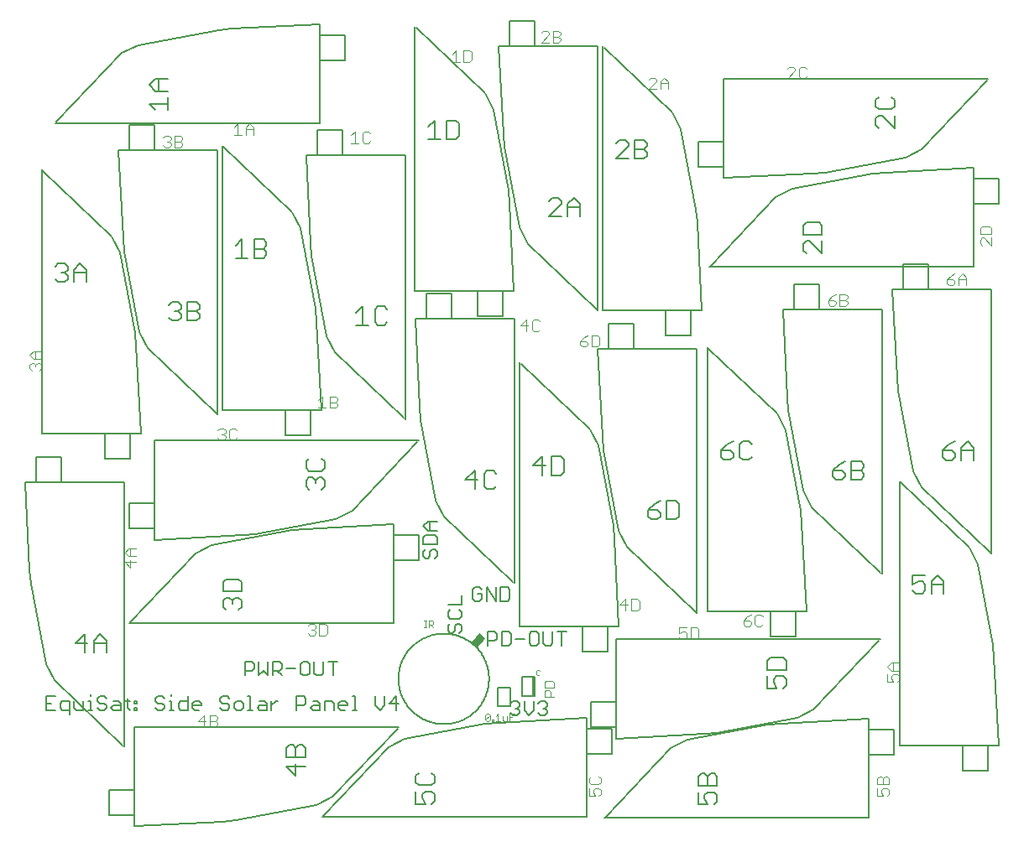
<source format=gto>
G75*
%MOIN*%
%OFA0B0*%
%FSLAX25Y25*%
%IPPOS*%
%LPD*%
%AMOC8*
5,1,8,0,0,1.08239X$1,22.5*
%
%ADD10C,0.00500*%
%ADD11C,0.00600*%
%ADD12C,0.00200*%
%ADD13C,0.00197*%
%ADD14C,0.00400*%
%ADD15C,0.00000*%
%ADD16C,0.00300*%
D10*
X0068887Y0049438D02*
X0068887Y0059438D01*
X0078887Y0059438D01*
X0078887Y0084438D01*
X0183887Y0084438D01*
X0183387Y0083938D02*
X0157487Y0056638D01*
X0150987Y0053338D01*
X0118987Y0047338D01*
X0113887Y0046938D01*
X0078887Y0045068D01*
X0078887Y0049438D01*
X0068887Y0049438D01*
X0078887Y0049438D02*
X0078887Y0059438D01*
X0074713Y0076721D02*
X0074713Y0181721D01*
X0049713Y0181721D01*
X0049713Y0191721D01*
X0039713Y0191721D01*
X0039713Y0181721D01*
X0049713Y0181721D01*
X0039713Y0181721D02*
X0035343Y0181721D01*
X0037213Y0146721D01*
X0037613Y0141621D01*
X0043613Y0109621D01*
X0046913Y0103121D01*
X0074213Y0077221D01*
X0073244Y0091168D02*
X0070492Y0091168D01*
X0069574Y0092086D01*
X0070492Y0093003D01*
X0073244Y0093003D01*
X0073244Y0093920D02*
X0073244Y0091168D01*
X0073244Y0093920D02*
X0072326Y0094838D01*
X0070492Y0094838D01*
X0067719Y0095755D02*
X0066802Y0096673D01*
X0064967Y0096673D01*
X0064049Y0095755D01*
X0064049Y0094838D01*
X0064967Y0093920D01*
X0066802Y0093920D01*
X0067719Y0093003D01*
X0067719Y0092086D01*
X0066802Y0091168D01*
X0064967Y0091168D01*
X0064049Y0092086D01*
X0062201Y0091168D02*
X0060366Y0091168D01*
X0061284Y0091168D02*
X0061284Y0094838D01*
X0060366Y0094838D01*
X0058511Y0094838D02*
X0058511Y0091168D01*
X0055759Y0091168D01*
X0054842Y0092086D01*
X0054842Y0094838D01*
X0052987Y0094838D02*
X0050234Y0094838D01*
X0049317Y0093920D01*
X0049317Y0092086D01*
X0050234Y0091168D01*
X0052987Y0091168D01*
X0052987Y0089333D02*
X0052987Y0094838D01*
X0047462Y0096673D02*
X0043792Y0096673D01*
X0043792Y0091168D01*
X0047462Y0091168D01*
X0045627Y0093920D02*
X0043792Y0093920D01*
X0061284Y0096673D02*
X0061284Y0097590D01*
X0075099Y0094838D02*
X0076934Y0094838D01*
X0076016Y0095755D02*
X0076016Y0092086D01*
X0076934Y0091168D01*
X0078782Y0091168D02*
X0078782Y0092086D01*
X0079699Y0092086D01*
X0079699Y0091168D01*
X0078782Y0091168D01*
X0078782Y0093920D02*
X0078782Y0094838D01*
X0079699Y0094838D01*
X0079699Y0093920D01*
X0078782Y0093920D01*
X0087069Y0094838D02*
X0087987Y0093920D01*
X0089821Y0093920D01*
X0090739Y0093003D01*
X0090739Y0092086D01*
X0089821Y0091168D01*
X0087987Y0091168D01*
X0087069Y0092086D01*
X0087069Y0094838D02*
X0087069Y0095755D01*
X0087987Y0096673D01*
X0089821Y0096673D01*
X0090739Y0095755D01*
X0092594Y0094838D02*
X0093511Y0094838D01*
X0093511Y0091168D01*
X0092594Y0091168D02*
X0094429Y0091168D01*
X0096277Y0092086D02*
X0096277Y0093920D01*
X0097194Y0094838D01*
X0099947Y0094838D01*
X0099947Y0096673D02*
X0099947Y0091168D01*
X0097194Y0091168D01*
X0096277Y0092086D01*
X0093511Y0096673D02*
X0093511Y0097590D01*
X0101802Y0093920D02*
X0101802Y0092086D01*
X0102719Y0091168D01*
X0104554Y0091168D01*
X0105471Y0093003D02*
X0101802Y0093003D01*
X0101802Y0093920D02*
X0102719Y0094838D01*
X0104554Y0094838D01*
X0105471Y0093920D01*
X0105471Y0093003D01*
X0112851Y0092086D02*
X0113769Y0091168D01*
X0115603Y0091168D01*
X0116521Y0092086D01*
X0116521Y0093003D01*
X0115603Y0093920D01*
X0113769Y0093920D01*
X0112851Y0094838D01*
X0112851Y0095755D01*
X0113769Y0096673D01*
X0115603Y0096673D01*
X0116521Y0095755D01*
X0118376Y0093920D02*
X0118376Y0092086D01*
X0119293Y0091168D01*
X0121128Y0091168D01*
X0122046Y0092086D01*
X0122046Y0093920D01*
X0121128Y0094838D01*
X0119293Y0094838D01*
X0118376Y0093920D01*
X0123901Y0091168D02*
X0125735Y0091168D01*
X0124818Y0091168D02*
X0124818Y0096673D01*
X0123901Y0096673D01*
X0128501Y0094838D02*
X0130336Y0094838D01*
X0131253Y0093920D01*
X0131253Y0091168D01*
X0128501Y0091168D01*
X0127584Y0092086D01*
X0128501Y0093003D01*
X0131253Y0093003D01*
X0133108Y0093003D02*
X0134943Y0094838D01*
X0135861Y0094838D01*
X0133108Y0094838D02*
X0133108Y0091168D01*
X0143237Y0091168D02*
X0143237Y0096673D01*
X0145989Y0096673D01*
X0146907Y0095755D01*
X0146907Y0093920D01*
X0145989Y0093003D01*
X0143237Y0093003D01*
X0148762Y0092086D02*
X0149679Y0093003D01*
X0152432Y0093003D01*
X0152432Y0093920D02*
X0152432Y0091168D01*
X0149679Y0091168D01*
X0148762Y0092086D01*
X0149679Y0094838D02*
X0151514Y0094838D01*
X0152432Y0093920D01*
X0154286Y0094838D02*
X0157039Y0094838D01*
X0157956Y0093920D01*
X0157956Y0091168D01*
X0159811Y0092086D02*
X0159811Y0093920D01*
X0160729Y0094838D01*
X0162564Y0094838D01*
X0163481Y0093920D01*
X0163481Y0093003D01*
X0159811Y0093003D01*
X0159811Y0092086D02*
X0160729Y0091168D01*
X0162564Y0091168D01*
X0165336Y0091168D02*
X0167171Y0091168D01*
X0166253Y0091168D02*
X0166253Y0096673D01*
X0165336Y0096673D01*
X0174544Y0096673D02*
X0174544Y0093003D01*
X0176379Y0091168D01*
X0178214Y0093003D01*
X0178214Y0096673D01*
X0180068Y0093920D02*
X0183738Y0093920D01*
X0182821Y0091168D02*
X0182821Y0096673D01*
X0180068Y0093920D01*
X0186157Y0079750D02*
X0179657Y0076450D01*
X0153757Y0049150D01*
X0153257Y0048650D02*
X0258257Y0048650D01*
X0258257Y0073650D01*
X0268257Y0073650D01*
X0268257Y0083650D01*
X0258257Y0083650D01*
X0258257Y0073650D01*
X0258257Y0083650D02*
X0258257Y0088020D01*
X0223257Y0086150D01*
X0218157Y0085750D01*
X0186157Y0079750D01*
X0183667Y0103650D02*
X0183672Y0104091D01*
X0183689Y0104532D01*
X0183716Y0104972D01*
X0183754Y0105412D01*
X0183802Y0105850D01*
X0183862Y0106288D01*
X0183932Y0106723D01*
X0184012Y0107157D01*
X0184104Y0107589D01*
X0184206Y0108018D01*
X0184318Y0108444D01*
X0184441Y0108868D01*
X0184574Y0109289D01*
X0184718Y0109706D01*
X0184872Y0110119D01*
X0185035Y0110529D01*
X0185209Y0110935D01*
X0185393Y0111336D01*
X0185586Y0111732D01*
X0185790Y0112124D01*
X0186002Y0112510D01*
X0186224Y0112892D01*
X0186456Y0113267D01*
X0186697Y0113637D01*
X0186946Y0114001D01*
X0187205Y0114358D01*
X0187472Y0114709D01*
X0187747Y0115054D01*
X0188031Y0115391D01*
X0188324Y0115722D01*
X0188624Y0116045D01*
X0188932Y0116361D01*
X0189248Y0116669D01*
X0189571Y0116969D01*
X0189902Y0117262D01*
X0190239Y0117546D01*
X0190584Y0117821D01*
X0190935Y0118088D01*
X0191292Y0118347D01*
X0191656Y0118596D01*
X0192026Y0118837D01*
X0192401Y0119069D01*
X0192783Y0119291D01*
X0193169Y0119503D01*
X0193561Y0119707D01*
X0193957Y0119900D01*
X0194358Y0120084D01*
X0194764Y0120258D01*
X0195174Y0120421D01*
X0195587Y0120575D01*
X0196004Y0120719D01*
X0196425Y0120852D01*
X0196849Y0120975D01*
X0197275Y0121087D01*
X0197704Y0121189D01*
X0198136Y0121281D01*
X0198570Y0121361D01*
X0199005Y0121431D01*
X0199443Y0121491D01*
X0199881Y0121539D01*
X0200321Y0121577D01*
X0200761Y0121604D01*
X0201202Y0121621D01*
X0201643Y0121626D01*
X0202084Y0121621D01*
X0202525Y0121604D01*
X0202965Y0121577D01*
X0203405Y0121539D01*
X0203843Y0121491D01*
X0204281Y0121431D01*
X0204716Y0121361D01*
X0205150Y0121281D01*
X0205582Y0121189D01*
X0206011Y0121087D01*
X0206437Y0120975D01*
X0206861Y0120852D01*
X0207282Y0120719D01*
X0207699Y0120575D01*
X0208112Y0120421D01*
X0208522Y0120258D01*
X0208928Y0120084D01*
X0209329Y0119900D01*
X0209725Y0119707D01*
X0210117Y0119503D01*
X0210503Y0119291D01*
X0210885Y0119069D01*
X0211260Y0118837D01*
X0211630Y0118596D01*
X0211994Y0118347D01*
X0212351Y0118088D01*
X0212702Y0117821D01*
X0213047Y0117546D01*
X0213384Y0117262D01*
X0213715Y0116969D01*
X0214038Y0116669D01*
X0214354Y0116361D01*
X0214662Y0116045D01*
X0214962Y0115722D01*
X0215255Y0115391D01*
X0215539Y0115054D01*
X0215814Y0114709D01*
X0216081Y0114358D01*
X0216340Y0114001D01*
X0216589Y0113637D01*
X0216830Y0113267D01*
X0217062Y0112892D01*
X0217284Y0112510D01*
X0217496Y0112124D01*
X0217700Y0111732D01*
X0217893Y0111336D01*
X0218077Y0110935D01*
X0218251Y0110529D01*
X0218414Y0110119D01*
X0218568Y0109706D01*
X0218712Y0109289D01*
X0218845Y0108868D01*
X0218968Y0108444D01*
X0219080Y0108018D01*
X0219182Y0107589D01*
X0219274Y0107157D01*
X0219354Y0106723D01*
X0219424Y0106288D01*
X0219484Y0105850D01*
X0219532Y0105412D01*
X0219570Y0104972D01*
X0219597Y0104532D01*
X0219614Y0104091D01*
X0219619Y0103650D01*
X0219614Y0103209D01*
X0219597Y0102768D01*
X0219570Y0102328D01*
X0219532Y0101888D01*
X0219484Y0101450D01*
X0219424Y0101012D01*
X0219354Y0100577D01*
X0219274Y0100143D01*
X0219182Y0099711D01*
X0219080Y0099282D01*
X0218968Y0098856D01*
X0218845Y0098432D01*
X0218712Y0098011D01*
X0218568Y0097594D01*
X0218414Y0097181D01*
X0218251Y0096771D01*
X0218077Y0096365D01*
X0217893Y0095964D01*
X0217700Y0095568D01*
X0217496Y0095176D01*
X0217284Y0094790D01*
X0217062Y0094408D01*
X0216830Y0094033D01*
X0216589Y0093663D01*
X0216340Y0093299D01*
X0216081Y0092942D01*
X0215814Y0092591D01*
X0215539Y0092246D01*
X0215255Y0091909D01*
X0214962Y0091578D01*
X0214662Y0091255D01*
X0214354Y0090939D01*
X0214038Y0090631D01*
X0213715Y0090331D01*
X0213384Y0090038D01*
X0213047Y0089754D01*
X0212702Y0089479D01*
X0212351Y0089212D01*
X0211994Y0088953D01*
X0211630Y0088704D01*
X0211260Y0088463D01*
X0210885Y0088231D01*
X0210503Y0088009D01*
X0210117Y0087797D01*
X0209725Y0087593D01*
X0209329Y0087400D01*
X0208928Y0087216D01*
X0208522Y0087042D01*
X0208112Y0086879D01*
X0207699Y0086725D01*
X0207282Y0086581D01*
X0206861Y0086448D01*
X0206437Y0086325D01*
X0206011Y0086213D01*
X0205582Y0086111D01*
X0205150Y0086019D01*
X0204716Y0085939D01*
X0204281Y0085869D01*
X0203843Y0085809D01*
X0203405Y0085761D01*
X0202965Y0085723D01*
X0202525Y0085696D01*
X0202084Y0085679D01*
X0201643Y0085674D01*
X0201202Y0085679D01*
X0200761Y0085696D01*
X0200321Y0085723D01*
X0199881Y0085761D01*
X0199443Y0085809D01*
X0199005Y0085869D01*
X0198570Y0085939D01*
X0198136Y0086019D01*
X0197704Y0086111D01*
X0197275Y0086213D01*
X0196849Y0086325D01*
X0196425Y0086448D01*
X0196004Y0086581D01*
X0195587Y0086725D01*
X0195174Y0086879D01*
X0194764Y0087042D01*
X0194358Y0087216D01*
X0193957Y0087400D01*
X0193561Y0087593D01*
X0193169Y0087797D01*
X0192783Y0088009D01*
X0192401Y0088231D01*
X0192026Y0088463D01*
X0191656Y0088704D01*
X0191292Y0088953D01*
X0190935Y0089212D01*
X0190584Y0089479D01*
X0190239Y0089754D01*
X0189902Y0090038D01*
X0189571Y0090331D01*
X0189248Y0090631D01*
X0188932Y0090939D01*
X0188624Y0091255D01*
X0188324Y0091578D01*
X0188031Y0091909D01*
X0187747Y0092246D01*
X0187472Y0092591D01*
X0187205Y0092942D01*
X0186946Y0093299D01*
X0186697Y0093663D01*
X0186456Y0094033D01*
X0186224Y0094408D01*
X0186002Y0094790D01*
X0185790Y0095176D01*
X0185586Y0095568D01*
X0185393Y0095964D01*
X0185209Y0096365D01*
X0185035Y0096771D01*
X0184872Y0097181D01*
X0184718Y0097594D01*
X0184574Y0098011D01*
X0184441Y0098432D01*
X0184318Y0098856D01*
X0184206Y0099282D01*
X0184104Y0099711D01*
X0184012Y0100143D01*
X0183932Y0100577D01*
X0183862Y0101012D01*
X0183802Y0101450D01*
X0183754Y0101888D01*
X0183716Y0102328D01*
X0183689Y0102768D01*
X0183672Y0103209D01*
X0183667Y0103650D01*
X0181643Y0125698D02*
X0076643Y0125698D01*
X0077143Y0126198D02*
X0103043Y0153498D01*
X0109543Y0156798D01*
X0141543Y0162798D01*
X0146643Y0163198D01*
X0181643Y0165068D01*
X0181643Y0160698D01*
X0191643Y0160698D01*
X0191643Y0150698D01*
X0181643Y0150698D01*
X0181643Y0125698D01*
X0203305Y0124685D02*
X0203305Y0122850D01*
X0204223Y0121933D01*
X0205140Y0121933D01*
X0206057Y0122850D01*
X0206057Y0124685D01*
X0206975Y0125602D01*
X0207892Y0125602D01*
X0208810Y0124685D01*
X0208810Y0122850D01*
X0207892Y0121933D01*
X0204223Y0125602D02*
X0203305Y0124685D01*
X0204223Y0127457D02*
X0207892Y0127457D01*
X0208810Y0128375D01*
X0208810Y0130210D01*
X0207892Y0131127D01*
X0208810Y0132982D02*
X0203305Y0132982D01*
X0204223Y0131127D02*
X0203305Y0130210D01*
X0203305Y0128375D01*
X0204223Y0127457D01*
X0208810Y0132982D02*
X0208810Y0136652D01*
X0213152Y0135487D02*
X0214070Y0134570D01*
X0215905Y0134570D01*
X0216822Y0135487D01*
X0216822Y0137322D01*
X0214987Y0137322D01*
X0213152Y0139157D02*
X0213152Y0135487D01*
X0213152Y0139157D02*
X0214070Y0140074D01*
X0215905Y0140074D01*
X0216822Y0139157D01*
X0218677Y0140074D02*
X0222347Y0134570D01*
X0222347Y0140074D01*
X0224202Y0140074D02*
X0226954Y0140074D01*
X0227872Y0139157D01*
X0227872Y0135487D01*
X0226954Y0134570D01*
X0224202Y0134570D01*
X0224202Y0140074D01*
X0229174Y0142182D02*
X0201874Y0168082D01*
X0198574Y0174582D01*
X0192574Y0206582D01*
X0192174Y0211682D01*
X0190304Y0246682D01*
X0194674Y0246682D01*
X0194674Y0256682D01*
X0204674Y0256682D01*
X0204674Y0246682D01*
X0229674Y0246682D01*
X0229674Y0141682D01*
X0218677Y0140074D02*
X0218677Y0134570D01*
X0219058Y0122358D02*
X0221810Y0122358D01*
X0222728Y0121440D01*
X0222728Y0119605D01*
X0221810Y0118688D01*
X0219058Y0118688D01*
X0219058Y0116853D02*
X0219058Y0122358D01*
X0224583Y0122358D02*
X0227335Y0122358D01*
X0228252Y0121440D01*
X0228252Y0117771D01*
X0227335Y0116853D01*
X0224583Y0116853D01*
X0224583Y0122358D01*
X0230107Y0119605D02*
X0233777Y0119605D01*
X0235632Y0117771D02*
X0236549Y0116853D01*
X0238384Y0116853D01*
X0239302Y0117771D01*
X0239302Y0121440D01*
X0238384Y0122358D01*
X0236549Y0122358D01*
X0235632Y0121440D01*
X0235632Y0117771D01*
X0241157Y0117771D02*
X0242074Y0116853D01*
X0243909Y0116853D01*
X0244827Y0117771D01*
X0244827Y0122358D01*
X0246681Y0122358D02*
X0250351Y0122358D01*
X0248516Y0122358D02*
X0248516Y0116853D01*
X0241157Y0117771D02*
X0241157Y0122358D01*
X0231839Y0124320D02*
X0231839Y0229320D01*
X0232339Y0228820D02*
X0259639Y0202920D01*
X0262939Y0196420D01*
X0268939Y0164420D01*
X0269339Y0159320D01*
X0271209Y0124320D01*
X0266839Y0124320D01*
X0266839Y0114320D01*
X0256839Y0114320D01*
X0256839Y0124320D01*
X0231839Y0124320D01*
X0232784Y0104595D02*
X0237115Y0104595D01*
X0237115Y0096721D01*
X0232784Y0096721D01*
X0232784Y0104595D01*
X0237115Y0104595D02*
X0237902Y0104595D01*
X0237902Y0096721D01*
X0237115Y0096721D01*
X0237269Y0094704D02*
X0237269Y0091034D01*
X0235434Y0089200D01*
X0233599Y0091034D01*
X0233599Y0094704D01*
X0231744Y0093787D02*
X0231744Y0092869D01*
X0230827Y0091952D01*
X0231744Y0091034D01*
X0231744Y0090117D01*
X0230827Y0089200D01*
X0228992Y0089200D01*
X0228074Y0090117D01*
X0229909Y0091952D02*
X0230827Y0091952D01*
X0231744Y0093787D02*
X0230827Y0094704D01*
X0228992Y0094704D01*
X0228074Y0093787D01*
X0228080Y0092824D02*
X0222980Y0092824D01*
X0222980Y0100024D01*
X0228080Y0100024D01*
X0228080Y0092824D01*
X0239124Y0093787D02*
X0240041Y0094704D01*
X0241876Y0094704D01*
X0242793Y0093787D01*
X0242793Y0092869D01*
X0241876Y0091952D01*
X0242793Y0091034D01*
X0242793Y0090117D01*
X0241876Y0089200D01*
X0240041Y0089200D01*
X0239124Y0090117D01*
X0240959Y0091952D02*
X0241876Y0091952D01*
X0259910Y0094320D02*
X0259910Y0084320D01*
X0269910Y0084320D01*
X0269910Y0094320D01*
X0259910Y0094320D01*
X0269910Y0094320D02*
X0269910Y0119320D01*
X0374910Y0119320D01*
X0374410Y0118820D02*
X0348510Y0091520D01*
X0342010Y0088220D01*
X0310010Y0082220D01*
X0304910Y0081820D01*
X0269910Y0079950D01*
X0269910Y0084320D01*
X0291861Y0076175D02*
X0265961Y0048875D01*
X0265461Y0048375D02*
X0370461Y0048375D01*
X0370461Y0073375D01*
X0380461Y0073375D01*
X0380461Y0083375D01*
X0370461Y0083375D01*
X0370461Y0073375D01*
X0370461Y0083375D02*
X0370461Y0087745D01*
X0335461Y0085875D01*
X0330361Y0085475D01*
X0298361Y0079475D01*
X0291861Y0076175D01*
X0331367Y0120383D02*
X0341367Y0120383D01*
X0341367Y0130383D01*
X0331367Y0130383D01*
X0331367Y0120383D01*
X0331367Y0130383D02*
X0306367Y0130383D01*
X0306367Y0235383D01*
X0306867Y0234883D02*
X0334167Y0208983D01*
X0337467Y0202483D01*
X0343467Y0170483D01*
X0343867Y0165383D01*
X0345737Y0130383D01*
X0341367Y0130383D01*
X0375119Y0145961D02*
X0347819Y0171861D01*
X0344519Y0178361D01*
X0338519Y0210361D01*
X0338119Y0215461D01*
X0336249Y0250461D01*
X0340619Y0250461D01*
X0340619Y0260461D01*
X0350619Y0260461D01*
X0350619Y0250461D01*
X0375619Y0250461D01*
X0375619Y0145461D01*
X0410387Y0155754D02*
X0383087Y0181654D01*
X0382587Y0182154D02*
X0382587Y0077154D01*
X0407587Y0077154D01*
X0407587Y0067154D01*
X0417587Y0067154D01*
X0417587Y0077154D01*
X0407587Y0077154D01*
X0417587Y0077154D02*
X0421957Y0077154D01*
X0420087Y0112154D01*
X0419687Y0117254D01*
X0413687Y0149254D01*
X0410387Y0155754D01*
X0418702Y0153835D02*
X0391402Y0179735D01*
X0388102Y0186235D01*
X0382102Y0218235D01*
X0381702Y0223335D01*
X0379831Y0258335D01*
X0384202Y0258335D01*
X0384202Y0268335D01*
X0394202Y0268335D01*
X0394202Y0258335D01*
X0419202Y0258335D01*
X0419202Y0153335D01*
X0350619Y0250461D02*
X0340619Y0250461D01*
X0307615Y0267930D02*
X0333515Y0295230D01*
X0340015Y0298530D01*
X0372015Y0304530D01*
X0377115Y0304930D01*
X0412115Y0306800D01*
X0412115Y0302430D01*
X0422115Y0302430D01*
X0422115Y0292430D01*
X0412115Y0292430D01*
X0412115Y0267430D01*
X0307115Y0267430D01*
X0304123Y0250068D02*
X0302253Y0285068D01*
X0301853Y0290168D01*
X0295853Y0322168D01*
X0292553Y0328668D01*
X0265253Y0354568D01*
X0264753Y0355068D02*
X0264753Y0250068D01*
X0289753Y0250068D01*
X0289753Y0240068D01*
X0299753Y0240068D01*
X0299753Y0250068D01*
X0289753Y0250068D01*
X0299753Y0250068D02*
X0304123Y0250068D01*
X0302233Y0234713D02*
X0302233Y0129713D01*
X0301733Y0130213D02*
X0274433Y0156113D01*
X0271133Y0162613D01*
X0265133Y0194613D01*
X0264733Y0199713D01*
X0262863Y0234713D01*
X0267233Y0234713D01*
X0267233Y0244713D01*
X0277233Y0244713D01*
X0277233Y0234713D01*
X0302233Y0234713D01*
X0277233Y0234713D02*
X0267233Y0234713D01*
X0262863Y0250107D02*
X0262863Y0355107D01*
X0237863Y0355107D01*
X0237863Y0365107D01*
X0227863Y0365107D01*
X0227863Y0355107D01*
X0237863Y0355107D01*
X0227863Y0355107D02*
X0223493Y0355107D01*
X0225363Y0320107D01*
X0225763Y0315007D01*
X0231763Y0283007D01*
X0235063Y0276507D01*
X0262363Y0250607D01*
X0229517Y0257863D02*
X0227646Y0292863D01*
X0227246Y0297963D01*
X0221246Y0329963D01*
X0217946Y0336463D01*
X0190646Y0362363D01*
X0190146Y0362863D02*
X0190146Y0257863D01*
X0215146Y0257863D01*
X0215146Y0247863D01*
X0225146Y0247863D01*
X0225146Y0257863D01*
X0215146Y0257863D01*
X0225146Y0257863D02*
X0229517Y0257863D01*
X0204674Y0246682D02*
X0194674Y0246682D01*
X0158528Y0233357D02*
X0185828Y0207457D01*
X0186328Y0206957D02*
X0186328Y0311957D01*
X0161328Y0311957D01*
X0161328Y0321957D01*
X0151328Y0321957D01*
X0151328Y0311957D01*
X0161328Y0311957D01*
X0151328Y0311957D02*
X0146957Y0311957D01*
X0148828Y0276957D01*
X0149228Y0271857D01*
X0155228Y0239857D01*
X0158528Y0233357D01*
X0151111Y0245619D02*
X0150711Y0250719D01*
X0144711Y0282719D01*
X0141411Y0289219D01*
X0114111Y0315119D01*
X0113611Y0315619D02*
X0113611Y0210619D01*
X0138611Y0210619D01*
X0138611Y0200619D01*
X0148611Y0200619D01*
X0148611Y0210619D01*
X0138611Y0210619D01*
X0148611Y0210619D02*
X0152981Y0210619D01*
X0151111Y0245619D01*
X0111839Y0208690D02*
X0111839Y0313690D01*
X0086839Y0313690D01*
X0086839Y0323690D01*
X0076839Y0323690D01*
X0076839Y0313690D01*
X0086839Y0313690D01*
X0076839Y0313690D02*
X0072469Y0313690D01*
X0074339Y0278690D01*
X0074739Y0273590D01*
X0080739Y0241590D01*
X0084039Y0235090D01*
X0111339Y0209190D01*
X0086682Y0198335D02*
X0191682Y0198335D01*
X0191182Y0197835D02*
X0165282Y0170535D01*
X0158782Y0167235D01*
X0126782Y0161235D01*
X0121682Y0160835D01*
X0086682Y0158965D01*
X0086682Y0163335D01*
X0076682Y0163335D01*
X0076682Y0173335D01*
X0086682Y0173335D01*
X0086682Y0198335D01*
X0081406Y0201013D02*
X0079536Y0236013D01*
X0079136Y0241113D01*
X0073136Y0273113D01*
X0069836Y0279613D01*
X0042536Y0305513D01*
X0042036Y0306013D02*
X0042036Y0201013D01*
X0067036Y0201013D01*
X0067036Y0191013D01*
X0077036Y0191013D01*
X0077036Y0201013D01*
X0067036Y0201013D01*
X0077036Y0201013D02*
X0081406Y0201013D01*
X0086682Y0173335D02*
X0086682Y0163335D01*
X0122601Y0110547D02*
X0125354Y0110547D01*
X0126271Y0109629D01*
X0126271Y0107794D01*
X0125354Y0106877D01*
X0122601Y0106877D01*
X0122601Y0105042D02*
X0122601Y0110547D01*
X0128126Y0110547D02*
X0128126Y0105042D01*
X0129961Y0106877D01*
X0131796Y0105042D01*
X0131796Y0110547D01*
X0133651Y0110547D02*
X0133651Y0105042D01*
X0133651Y0106877D02*
X0136403Y0106877D01*
X0137320Y0107794D01*
X0137320Y0109629D01*
X0136403Y0110547D01*
X0133651Y0110547D01*
X0135486Y0106877D02*
X0137320Y0105042D01*
X0139175Y0107794D02*
X0142845Y0107794D01*
X0144700Y0105960D02*
X0145617Y0105042D01*
X0147452Y0105042D01*
X0148370Y0105960D01*
X0148370Y0109629D01*
X0147452Y0110547D01*
X0145617Y0110547D01*
X0144700Y0109629D01*
X0144700Y0105960D01*
X0150225Y0105960D02*
X0150225Y0110547D01*
X0153895Y0110547D02*
X0153895Y0105960D01*
X0152977Y0105042D01*
X0151142Y0105042D01*
X0150225Y0105960D01*
X0155749Y0110547D02*
X0159419Y0110547D01*
X0157584Y0110547D02*
X0157584Y0105042D01*
X0154286Y0094838D02*
X0154286Y0091168D01*
X0181643Y0150698D02*
X0181643Y0160698D01*
X0193463Y0159737D02*
X0193463Y0156985D01*
X0198967Y0156985D01*
X0198967Y0159737D01*
X0198050Y0160655D01*
X0194380Y0160655D01*
X0193463Y0159737D01*
X0195298Y0162510D02*
X0193463Y0164344D01*
X0195298Y0166179D01*
X0198967Y0166179D01*
X0196215Y0166179D02*
X0196215Y0162510D01*
X0195298Y0162510D02*
X0198967Y0162510D01*
X0198050Y0155130D02*
X0198967Y0154212D01*
X0198967Y0152378D01*
X0198050Y0151460D01*
X0196215Y0152378D02*
X0196215Y0154212D01*
X0197132Y0155130D01*
X0198050Y0155130D01*
X0196215Y0152378D02*
X0195298Y0151460D01*
X0194380Y0151460D01*
X0193463Y0152378D01*
X0193463Y0154212D01*
X0194380Y0155130D01*
X0256839Y0124320D02*
X0266839Y0124320D01*
X0384202Y0258335D02*
X0394202Y0258335D01*
X0412115Y0292430D02*
X0412115Y0302430D01*
X0391502Y0314236D02*
X0417402Y0341536D01*
X0417902Y0342036D02*
X0312902Y0342036D01*
X0312902Y0317036D01*
X0302902Y0317036D01*
X0302902Y0307036D01*
X0312902Y0307036D01*
X0312902Y0317036D01*
X0312902Y0307036D02*
X0312902Y0302666D01*
X0347902Y0304536D01*
X0353002Y0304936D01*
X0385002Y0310936D01*
X0391502Y0314236D01*
X0162351Y0349517D02*
X0162351Y0359517D01*
X0152351Y0359517D01*
X0152351Y0349517D01*
X0162351Y0349517D01*
X0152351Y0349517D02*
X0152351Y0324517D01*
X0047351Y0324517D01*
X0047851Y0325017D02*
X0073751Y0352317D01*
X0080251Y0355617D01*
X0112251Y0361617D01*
X0117351Y0362017D01*
X0152351Y0363887D01*
X0152351Y0359517D01*
D11*
X0195446Y0323101D02*
X0197915Y0325569D01*
X0197915Y0318163D01*
X0195446Y0318163D02*
X0200384Y0318163D01*
X0202813Y0318163D02*
X0206516Y0318163D01*
X0207750Y0319397D01*
X0207750Y0324335D01*
X0206516Y0325569D01*
X0202813Y0325569D01*
X0202813Y0318163D01*
X0243430Y0293579D02*
X0244665Y0294813D01*
X0247134Y0294813D01*
X0248368Y0293579D01*
X0248368Y0292345D01*
X0243430Y0287407D01*
X0248368Y0287407D01*
X0250797Y0287407D02*
X0250797Y0292345D01*
X0253265Y0294813D01*
X0255734Y0292345D01*
X0255734Y0287407D01*
X0255734Y0291110D02*
X0250797Y0291110D01*
X0270053Y0310368D02*
X0274990Y0315305D01*
X0274990Y0316540D01*
X0273756Y0317774D01*
X0271287Y0317774D01*
X0270053Y0316540D01*
X0270053Y0310368D02*
X0274990Y0310368D01*
X0277419Y0310368D02*
X0277419Y0317774D01*
X0281122Y0317774D01*
X0282357Y0316540D01*
X0282357Y0315305D01*
X0281122Y0314071D01*
X0277419Y0314071D01*
X0281122Y0314071D02*
X0282357Y0312836D01*
X0282357Y0311602D01*
X0281122Y0310368D01*
X0277419Y0310368D01*
X0344409Y0283799D02*
X0344409Y0280096D01*
X0351815Y0280096D01*
X0351815Y0283799D01*
X0350581Y0285034D01*
X0345643Y0285034D01*
X0344409Y0283799D01*
X0345643Y0277667D02*
X0344409Y0276433D01*
X0344409Y0273964D01*
X0345643Y0272730D01*
X0345643Y0277667D02*
X0346877Y0277667D01*
X0351815Y0272730D01*
X0351815Y0277667D01*
X0374430Y0322604D02*
X0373196Y0323838D01*
X0373196Y0326307D01*
X0374430Y0327541D01*
X0375665Y0327541D01*
X0380602Y0322604D01*
X0380602Y0327541D01*
X0379368Y0329970D02*
X0374430Y0329970D01*
X0373196Y0331204D01*
X0373196Y0333673D01*
X0374430Y0334907D01*
X0379368Y0334907D02*
X0380602Y0333673D01*
X0380602Y0331204D01*
X0379368Y0329970D01*
X0404707Y0198042D02*
X0402238Y0196807D01*
X0399769Y0194339D01*
X0403472Y0194339D01*
X0404707Y0193104D01*
X0404707Y0191870D01*
X0403472Y0190635D01*
X0401003Y0190635D01*
X0399769Y0191870D01*
X0399769Y0194339D01*
X0407135Y0194339D02*
X0412073Y0194339D01*
X0412073Y0195573D02*
X0412073Y0190635D01*
X0407135Y0190635D02*
X0407135Y0195573D01*
X0409604Y0198042D01*
X0412073Y0195573D01*
X0368490Y0188933D02*
X0368490Y0187699D01*
X0367256Y0186465D01*
X0363553Y0186465D01*
X0361124Y0185230D02*
X0359889Y0186465D01*
X0356186Y0186465D01*
X0356186Y0183996D01*
X0357421Y0182761D01*
X0359889Y0182761D01*
X0361124Y0183996D01*
X0361124Y0185230D01*
X0363553Y0182761D02*
X0367256Y0182761D01*
X0368490Y0183996D01*
X0368490Y0185230D01*
X0367256Y0186465D01*
X0368490Y0188933D02*
X0367256Y0190168D01*
X0363553Y0190168D01*
X0363553Y0182761D01*
X0361124Y0190168D02*
X0358655Y0188933D01*
X0356186Y0186465D01*
X0323971Y0191917D02*
X0322736Y0190683D01*
X0320268Y0190683D01*
X0319033Y0191917D01*
X0319033Y0196855D01*
X0320268Y0198089D01*
X0322736Y0198089D01*
X0323971Y0196855D01*
X0316604Y0198089D02*
X0314136Y0196855D01*
X0311667Y0194386D01*
X0315370Y0194386D01*
X0316604Y0193151D01*
X0316604Y0191917D01*
X0315370Y0190683D01*
X0312901Y0190683D01*
X0311667Y0191917D01*
X0311667Y0194386D01*
X0293870Y0174420D02*
X0290167Y0174420D01*
X0290167Y0167013D01*
X0293870Y0167013D01*
X0295104Y0168248D01*
X0295104Y0173185D01*
X0293870Y0174420D01*
X0287738Y0174420D02*
X0285269Y0173185D01*
X0282800Y0170717D01*
X0286504Y0170717D01*
X0287738Y0169482D01*
X0287738Y0168248D01*
X0286504Y0167013D01*
X0284035Y0167013D01*
X0282800Y0168248D01*
X0282800Y0170717D01*
X0249443Y0185854D02*
X0249443Y0190792D01*
X0248209Y0192026D01*
X0244506Y0192026D01*
X0244506Y0184620D01*
X0248209Y0184620D01*
X0249443Y0185854D01*
X0242077Y0188323D02*
X0237139Y0188323D01*
X0240843Y0192026D01*
X0240843Y0184620D01*
X0222545Y0185154D02*
X0221311Y0186388D01*
X0218842Y0186388D01*
X0217608Y0185154D01*
X0217608Y0180216D01*
X0218842Y0178982D01*
X0221311Y0178982D01*
X0222545Y0180216D01*
X0215179Y0182685D02*
X0210241Y0182685D01*
X0213945Y0186388D01*
X0213945Y0178982D01*
X0154382Y0180137D02*
X0153148Y0178903D01*
X0154382Y0180137D02*
X0154382Y0182606D01*
X0153148Y0183840D01*
X0151913Y0183840D01*
X0150679Y0182606D01*
X0150679Y0181372D01*
X0150679Y0182606D02*
X0149444Y0183840D01*
X0148210Y0183840D01*
X0146976Y0182606D01*
X0146976Y0180137D01*
X0148210Y0178903D01*
X0148210Y0186269D02*
X0153148Y0186269D01*
X0154382Y0187504D01*
X0154382Y0189972D01*
X0153148Y0191207D01*
X0148210Y0191207D02*
X0146976Y0189972D01*
X0146976Y0187504D01*
X0148210Y0186269D01*
X0120108Y0143301D02*
X0115171Y0143301D01*
X0113936Y0142067D01*
X0113936Y0138364D01*
X0121343Y0138364D01*
X0121343Y0142067D01*
X0120108Y0143301D01*
X0120108Y0135935D02*
X0121343Y0134701D01*
X0121343Y0132232D01*
X0120108Y0130998D01*
X0117639Y0133466D02*
X0117639Y0134701D01*
X0118874Y0135935D01*
X0120108Y0135935D01*
X0117639Y0134701D02*
X0116405Y0135935D01*
X0115171Y0135935D01*
X0113936Y0134701D01*
X0113936Y0132232D01*
X0115171Y0130998D01*
X0067585Y0118959D02*
X0067585Y0114021D01*
X0067585Y0117724D02*
X0062647Y0117724D01*
X0062647Y0118959D02*
X0065116Y0121428D01*
X0067585Y0118959D01*
X0062647Y0118959D02*
X0062647Y0114021D01*
X0058984Y0114021D02*
X0058984Y0121428D01*
X0055281Y0117724D01*
X0060218Y0117724D01*
X0139180Y0076075D02*
X0139180Y0072371D01*
X0146587Y0072371D01*
X0146587Y0076075D01*
X0145352Y0077309D01*
X0144118Y0077309D01*
X0142883Y0076075D01*
X0142883Y0072371D01*
X0142883Y0069943D02*
X0142883Y0065005D01*
X0139180Y0068708D01*
X0146587Y0068708D01*
X0142883Y0076075D02*
X0141649Y0077309D01*
X0140415Y0077309D01*
X0139180Y0076075D01*
X0190550Y0065020D02*
X0190550Y0062551D01*
X0191785Y0061317D01*
X0196722Y0061317D01*
X0197957Y0062551D01*
X0197957Y0065020D01*
X0196722Y0066254D01*
X0191785Y0066254D02*
X0190550Y0065020D01*
X0190550Y0058888D02*
X0190550Y0053950D01*
X0194254Y0053950D01*
X0193019Y0056419D01*
X0193019Y0057654D01*
X0194254Y0058888D01*
X0196722Y0058888D01*
X0197957Y0057654D01*
X0197957Y0055185D01*
X0196722Y0053950D01*
X0223217Y0095343D02*
X0223217Y0097706D01*
X0227942Y0097706D02*
X0227942Y0095343D01*
X0302755Y0064744D02*
X0303989Y0065979D01*
X0305224Y0065979D01*
X0306458Y0064744D01*
X0306458Y0061041D01*
X0306458Y0058612D02*
X0308927Y0058612D01*
X0310161Y0057378D01*
X0310161Y0054909D01*
X0308927Y0053675D01*
X0306458Y0053675D02*
X0305224Y0056144D01*
X0305224Y0057378D01*
X0306458Y0058612D01*
X0302755Y0058612D02*
X0302755Y0053675D01*
X0306458Y0053675D01*
X0302755Y0061041D02*
X0302755Y0064744D01*
X0302755Y0061041D02*
X0310161Y0061041D01*
X0310161Y0064744D01*
X0308927Y0065979D01*
X0307693Y0065979D01*
X0306458Y0064744D01*
X0330204Y0099887D02*
X0333907Y0099887D01*
X0332673Y0102356D01*
X0332673Y0103590D01*
X0333907Y0104825D01*
X0336376Y0104825D01*
X0337610Y0103590D01*
X0337610Y0101121D01*
X0336376Y0099887D01*
X0330204Y0099887D02*
X0330204Y0104825D01*
X0330204Y0107253D02*
X0330204Y0110957D01*
X0331438Y0112191D01*
X0336376Y0112191D01*
X0337610Y0110957D01*
X0337610Y0107253D01*
X0330204Y0107253D01*
X0387887Y0138689D02*
X0389122Y0137454D01*
X0391591Y0137454D01*
X0392825Y0138689D01*
X0392825Y0141157D01*
X0391591Y0142392D01*
X0390356Y0142392D01*
X0387887Y0141157D01*
X0387887Y0144861D01*
X0392825Y0144861D01*
X0395254Y0142392D02*
X0395254Y0137454D01*
X0395254Y0141157D02*
X0400191Y0141157D01*
X0400191Y0142392D02*
X0400191Y0137454D01*
X0400191Y0142392D02*
X0397722Y0144861D01*
X0395254Y0142392D01*
X0179199Y0245492D02*
X0177964Y0244257D01*
X0175496Y0244257D01*
X0174261Y0245492D01*
X0174261Y0250429D01*
X0175496Y0251664D01*
X0177964Y0251664D01*
X0179199Y0250429D01*
X0171833Y0244257D02*
X0166895Y0244257D01*
X0169364Y0244257D02*
X0169364Y0251664D01*
X0166895Y0249195D01*
X0131215Y0272153D02*
X0129980Y0270919D01*
X0126277Y0270919D01*
X0126277Y0278325D01*
X0129980Y0278325D01*
X0131215Y0277091D01*
X0131215Y0275856D01*
X0129980Y0274622D01*
X0126277Y0274622D01*
X0129980Y0274622D02*
X0131215Y0273388D01*
X0131215Y0272153D01*
X0123849Y0270919D02*
X0118911Y0270919D01*
X0121380Y0270919D02*
X0121380Y0278325D01*
X0118911Y0275856D01*
X0103476Y0253396D02*
X0104711Y0252162D01*
X0104711Y0250927D01*
X0103476Y0249693D01*
X0099773Y0249693D01*
X0097344Y0250927D02*
X0096110Y0249693D01*
X0097344Y0248459D01*
X0097344Y0247224D01*
X0096110Y0245990D01*
X0093641Y0245990D01*
X0092407Y0247224D01*
X0094876Y0249693D02*
X0096110Y0249693D01*
X0097344Y0250927D02*
X0097344Y0252162D01*
X0096110Y0253396D01*
X0093641Y0253396D01*
X0092407Y0252162D01*
X0099773Y0253396D02*
X0099773Y0245990D01*
X0103476Y0245990D01*
X0104711Y0247224D01*
X0104711Y0248459D01*
X0103476Y0249693D01*
X0103476Y0253396D02*
X0099773Y0253396D01*
X0059640Y0261313D02*
X0059640Y0266250D01*
X0057171Y0268719D01*
X0054703Y0266250D01*
X0054703Y0261313D01*
X0052274Y0262547D02*
X0051039Y0261313D01*
X0048571Y0261313D01*
X0047336Y0262547D01*
X0049805Y0265016D02*
X0051039Y0265016D01*
X0052274Y0263781D01*
X0052274Y0262547D01*
X0051039Y0265016D02*
X0052274Y0266250D01*
X0052274Y0267485D01*
X0051039Y0268719D01*
X0048571Y0268719D01*
X0047336Y0267485D01*
X0054703Y0265016D02*
X0059640Y0265016D01*
X0087114Y0329817D02*
X0084645Y0332285D01*
X0092051Y0332285D01*
X0092051Y0329817D02*
X0092051Y0334754D01*
X0092051Y0337183D02*
X0087114Y0337183D01*
X0084645Y0339652D01*
X0087114Y0342120D01*
X0092051Y0342120D01*
X0088348Y0342120D02*
X0088348Y0337183D01*
D12*
X0193806Y0126899D02*
X0194724Y0126899D01*
X0194265Y0126899D02*
X0194265Y0124144D01*
X0193806Y0124144D02*
X0194724Y0124144D01*
X0195618Y0124144D02*
X0195618Y0126899D01*
X0196996Y0126899D01*
X0197455Y0126440D01*
X0197455Y0125522D01*
X0196996Y0125062D01*
X0195618Y0125062D01*
X0196537Y0125062D02*
X0197455Y0124144D01*
X0218599Y0089763D02*
X0219533Y0089763D01*
X0220001Y0089296D01*
X0218132Y0087428D01*
X0218599Y0086961D01*
X0219533Y0086961D01*
X0220001Y0087428D01*
X0220001Y0089296D01*
X0218599Y0089763D02*
X0218132Y0089296D01*
X0218132Y0087428D01*
X0220895Y0087428D02*
X0221362Y0087428D01*
X0221362Y0086961D01*
X0220895Y0086961D01*
X0220895Y0087428D01*
X0222276Y0086961D02*
X0224144Y0086961D01*
X0223210Y0086961D02*
X0223210Y0089763D01*
X0222276Y0088829D01*
X0225038Y0088829D02*
X0225038Y0087428D01*
X0225505Y0086961D01*
X0226906Y0086961D01*
X0226906Y0088829D01*
X0227801Y0088362D02*
X0228735Y0088362D01*
X0227801Y0089763D02*
X0229669Y0089763D01*
X0227801Y0089763D02*
X0227801Y0086961D01*
D13*
X0214709Y0116371D02*
X0213454Y0117430D01*
X0212643Y0118186D01*
X0212788Y0118186D01*
X0216269Y0118186D01*
X0216102Y0117991D02*
X0212960Y0117991D01*
X0212851Y0117991D01*
X0212643Y0118186D02*
X0215623Y0121654D01*
X0217690Y0119839D01*
X0214709Y0116371D01*
X0214759Y0116428D02*
X0214641Y0116428D01*
X0214410Y0116624D02*
X0214927Y0116624D01*
X0215094Y0116819D02*
X0214178Y0116819D01*
X0213946Y0117014D02*
X0215262Y0117014D01*
X0215430Y0117210D02*
X0213715Y0117210D01*
X0213483Y0117405D02*
X0215598Y0117405D01*
X0215766Y0117600D02*
X0213304Y0117600D01*
X0213271Y0117600D01*
X0213132Y0117796D02*
X0215934Y0117796D01*
X0216437Y0118382D02*
X0212811Y0118382D01*
X0212643Y0118351D02*
X0213454Y0117430D01*
X0212643Y0118351D01*
X0212979Y0118577D02*
X0216605Y0118577D01*
X0216773Y0118773D02*
X0213147Y0118773D01*
X0213314Y0118968D02*
X0216941Y0118968D01*
X0217109Y0119163D02*
X0213482Y0119163D01*
X0213650Y0119359D02*
X0217277Y0119359D01*
X0217445Y0119554D02*
X0213818Y0119554D01*
X0213986Y0119749D02*
X0217612Y0119749D01*
X0217570Y0119945D02*
X0214154Y0119945D01*
X0214322Y0120140D02*
X0217347Y0120140D01*
X0217125Y0120335D02*
X0214490Y0120335D01*
X0214657Y0120531D02*
X0216902Y0120531D01*
X0216680Y0120726D02*
X0214825Y0120726D01*
X0214993Y0120921D02*
X0216457Y0120921D01*
X0216235Y0121117D02*
X0215161Y0121117D01*
X0215329Y0121312D02*
X0216012Y0121312D01*
X0215790Y0121508D02*
X0215497Y0121508D01*
X0213132Y0117796D02*
X0213061Y0117796D01*
D14*
X0155308Y0121665D02*
X0155308Y0124734D01*
X0154541Y0125502D01*
X0152239Y0125502D01*
X0152239Y0120898D01*
X0154541Y0120898D01*
X0155308Y0121665D01*
X0150704Y0121665D02*
X0150704Y0122432D01*
X0149937Y0123200D01*
X0149169Y0123200D01*
X0149937Y0123200D02*
X0150704Y0123967D01*
X0150704Y0124734D01*
X0149937Y0125502D01*
X0148402Y0125502D01*
X0147635Y0124734D01*
X0147635Y0121665D02*
X0148402Y0120898D01*
X0149937Y0120898D01*
X0150704Y0121665D01*
X0111760Y0088474D02*
X0111760Y0087707D01*
X0110992Y0086940D01*
X0108691Y0086940D01*
X0107156Y0086940D02*
X0104087Y0086940D01*
X0106389Y0089242D01*
X0106389Y0084638D01*
X0108691Y0084638D02*
X0110992Y0084638D01*
X0111760Y0085405D01*
X0111760Y0086172D01*
X0110992Y0086940D01*
X0111760Y0088474D02*
X0110992Y0089242D01*
X0108691Y0089242D01*
X0108691Y0084638D01*
X0077211Y0147713D02*
X0077211Y0150783D01*
X0077211Y0152317D02*
X0077211Y0155387D01*
X0076444Y0155387D02*
X0079513Y0155387D01*
X0076444Y0155387D02*
X0074909Y0153852D01*
X0076444Y0152317D01*
X0079513Y0152317D01*
X0079513Y0150015D02*
X0074909Y0150015D01*
X0077211Y0147713D01*
X0112649Y0198535D02*
X0111882Y0199303D01*
X0112649Y0198535D02*
X0114184Y0198535D01*
X0114951Y0199303D01*
X0114951Y0200070D01*
X0114184Y0200837D01*
X0113417Y0200837D01*
X0114184Y0200837D02*
X0114951Y0201605D01*
X0114951Y0202372D01*
X0114184Y0203139D01*
X0112649Y0203139D01*
X0111882Y0202372D01*
X0116486Y0202372D02*
X0116486Y0199303D01*
X0117253Y0198535D01*
X0118788Y0198535D01*
X0119555Y0199303D01*
X0119555Y0202372D02*
X0118788Y0203139D01*
X0117253Y0203139D01*
X0116486Y0202372D01*
X0151808Y0211331D02*
X0154877Y0211331D01*
X0153343Y0211331D02*
X0153343Y0215935D01*
X0151808Y0214400D01*
X0156412Y0213633D02*
X0158714Y0213633D01*
X0159481Y0212865D01*
X0159481Y0212098D01*
X0158714Y0211331D01*
X0156412Y0211331D01*
X0156412Y0215935D01*
X0158714Y0215935D01*
X0159481Y0215167D01*
X0159481Y0214400D01*
X0158714Y0213633D01*
X0232039Y0244144D02*
X0235109Y0244144D01*
X0236643Y0242610D02*
X0236643Y0245679D01*
X0237411Y0246446D01*
X0238945Y0246446D01*
X0239713Y0245679D01*
X0239713Y0242610D02*
X0238945Y0241843D01*
X0237411Y0241843D01*
X0236643Y0242610D01*
X0234341Y0241843D02*
X0234341Y0246446D01*
X0232039Y0244144D01*
X0255819Y0237963D02*
X0258121Y0237963D01*
X0258888Y0237196D01*
X0258888Y0236429D01*
X0258121Y0235661D01*
X0256586Y0235661D01*
X0255819Y0236429D01*
X0255819Y0237963D01*
X0257354Y0239498D01*
X0258888Y0240265D01*
X0260423Y0240265D02*
X0260423Y0235661D01*
X0262725Y0235661D01*
X0263492Y0236429D01*
X0263492Y0239498D01*
X0262725Y0240265D01*
X0260423Y0240265D01*
X0354244Y0252728D02*
X0355011Y0251961D01*
X0356546Y0251961D01*
X0357313Y0252728D01*
X0357313Y0253495D01*
X0356546Y0254263D01*
X0354244Y0254263D01*
X0354244Y0252728D01*
X0354244Y0254263D02*
X0355779Y0255797D01*
X0357313Y0256565D01*
X0358848Y0256565D02*
X0361150Y0256565D01*
X0361917Y0255797D01*
X0361917Y0255030D01*
X0361150Y0254263D01*
X0358848Y0254263D01*
X0358848Y0251961D02*
X0358848Y0256565D01*
X0361150Y0254263D02*
X0361917Y0253495D01*
X0361917Y0252728D01*
X0361150Y0251961D01*
X0358848Y0251961D01*
X0401488Y0260878D02*
X0402255Y0260110D01*
X0403790Y0260110D01*
X0404557Y0260878D01*
X0404557Y0261645D01*
X0403790Y0262412D01*
X0401488Y0262412D01*
X0401488Y0260878D01*
X0401488Y0262412D02*
X0403023Y0263947D01*
X0404557Y0264714D01*
X0406092Y0263180D02*
X0407627Y0264714D01*
X0409161Y0263180D01*
X0409161Y0260110D01*
X0409161Y0262412D02*
X0406092Y0262412D01*
X0406092Y0263180D02*
X0406092Y0260110D01*
X0415401Y0275902D02*
X0414634Y0276670D01*
X0414634Y0278204D01*
X0415401Y0278972D01*
X0416169Y0278972D01*
X0419238Y0275902D01*
X0419238Y0278972D01*
X0419238Y0280506D02*
X0419238Y0282808D01*
X0418470Y0283576D01*
X0415401Y0283576D01*
X0414634Y0282808D01*
X0414634Y0280506D01*
X0419238Y0280506D01*
X0345776Y0343004D02*
X0345008Y0342236D01*
X0343474Y0342236D01*
X0342706Y0343004D01*
X0342706Y0346073D01*
X0343474Y0346840D01*
X0345008Y0346840D01*
X0345776Y0346073D01*
X0341172Y0346073D02*
X0340404Y0346840D01*
X0338870Y0346840D01*
X0338102Y0346073D01*
X0341172Y0346073D02*
X0341172Y0345305D01*
X0338102Y0342236D01*
X0341172Y0342236D01*
X0290736Y0341093D02*
X0290736Y0338024D01*
X0290736Y0340326D02*
X0287667Y0340326D01*
X0287667Y0341093D02*
X0289202Y0342628D01*
X0290736Y0341093D01*
X0287667Y0341093D02*
X0287667Y0338024D01*
X0286132Y0338024D02*
X0283063Y0338024D01*
X0286132Y0341093D01*
X0286132Y0341860D01*
X0285365Y0342628D01*
X0283830Y0342628D01*
X0283063Y0341860D01*
X0247985Y0357334D02*
X0247218Y0356567D01*
X0244916Y0356567D01*
X0244916Y0361171D01*
X0247218Y0361171D01*
X0247985Y0360404D01*
X0247985Y0359636D01*
X0247218Y0358869D01*
X0244916Y0358869D01*
X0243381Y0359636D02*
X0243381Y0360404D01*
X0242614Y0361171D01*
X0241079Y0361171D01*
X0240312Y0360404D01*
X0243381Y0359636D02*
X0240312Y0356567D01*
X0243381Y0356567D01*
X0247218Y0358869D02*
X0247985Y0358102D01*
X0247985Y0357334D01*
X0212631Y0352726D02*
X0212631Y0349657D01*
X0211863Y0348890D01*
X0209561Y0348890D01*
X0209561Y0353494D01*
X0211863Y0353494D01*
X0212631Y0352726D01*
X0208027Y0348890D02*
X0204957Y0348890D01*
X0206492Y0348890D02*
X0206492Y0353494D01*
X0204957Y0351959D01*
X0172468Y0320443D02*
X0171701Y0321210D01*
X0170167Y0321210D01*
X0169399Y0320443D01*
X0169399Y0317374D01*
X0170167Y0316606D01*
X0171701Y0316606D01*
X0172468Y0317374D01*
X0167865Y0316606D02*
X0164795Y0316606D01*
X0166330Y0316606D02*
X0166330Y0321210D01*
X0164795Y0319676D01*
X0126017Y0319717D02*
X0126017Y0322786D01*
X0124482Y0324320D01*
X0122947Y0322786D01*
X0122947Y0319717D01*
X0121413Y0319717D02*
X0118343Y0319717D01*
X0119878Y0319717D02*
X0119878Y0324320D01*
X0118343Y0322786D01*
X0122947Y0322018D02*
X0126017Y0322018D01*
X0097902Y0318789D02*
X0097902Y0318022D01*
X0097134Y0317255D01*
X0094832Y0317255D01*
X0093298Y0318022D02*
X0093298Y0318789D01*
X0092530Y0319557D01*
X0090996Y0319557D01*
X0090228Y0318789D01*
X0091763Y0317255D02*
X0092530Y0317255D01*
X0093298Y0316487D01*
X0093298Y0315720D01*
X0092530Y0314953D01*
X0090996Y0314953D01*
X0090228Y0315720D01*
X0092530Y0317255D02*
X0093298Y0318022D01*
X0094832Y0319557D02*
X0097134Y0319557D01*
X0097902Y0318789D01*
X0097134Y0317255D02*
X0097902Y0316487D01*
X0097902Y0315720D01*
X0097134Y0314953D01*
X0094832Y0314953D01*
X0094832Y0319557D01*
X0041836Y0233886D02*
X0038767Y0233886D01*
X0037232Y0232351D01*
X0038767Y0230817D01*
X0041836Y0230817D01*
X0041069Y0229282D02*
X0041836Y0228515D01*
X0041836Y0226980D01*
X0041069Y0226213D01*
X0039534Y0227747D02*
X0039534Y0228515D01*
X0040302Y0229282D01*
X0041069Y0229282D01*
X0039534Y0228515D02*
X0038767Y0229282D01*
X0038000Y0229282D01*
X0037232Y0228515D01*
X0037232Y0226980D01*
X0038000Y0226213D01*
X0039534Y0230817D02*
X0039534Y0233886D01*
X0259398Y0063989D02*
X0259398Y0062455D01*
X0260165Y0061687D01*
X0263234Y0061687D01*
X0264002Y0062455D01*
X0264002Y0063989D01*
X0263234Y0064757D01*
X0260165Y0064757D02*
X0259398Y0063989D01*
X0259398Y0060153D02*
X0259398Y0057083D01*
X0261700Y0057083D01*
X0260932Y0058618D01*
X0260932Y0059385D01*
X0261700Y0060153D01*
X0263234Y0060153D01*
X0264002Y0059385D01*
X0264002Y0057851D01*
X0263234Y0057083D01*
X0295878Y0119520D02*
X0295110Y0120287D01*
X0295878Y0119520D02*
X0297412Y0119520D01*
X0298180Y0120287D01*
X0298180Y0121822D01*
X0297412Y0122589D01*
X0296645Y0122589D01*
X0295110Y0121822D01*
X0295110Y0124124D01*
X0298180Y0124124D01*
X0299714Y0124124D02*
X0299714Y0119520D01*
X0302016Y0119520D01*
X0302783Y0120287D01*
X0302783Y0123356D01*
X0302016Y0124124D01*
X0299714Y0124124D01*
X0320627Y0125326D02*
X0321394Y0124559D01*
X0322929Y0124559D01*
X0323696Y0125326D01*
X0323696Y0126094D01*
X0322929Y0126861D01*
X0320627Y0126861D01*
X0320627Y0125326D01*
X0320627Y0126861D02*
X0322161Y0128396D01*
X0323696Y0129163D01*
X0325231Y0128396D02*
X0325231Y0125326D01*
X0325998Y0124559D01*
X0327533Y0124559D01*
X0328300Y0125326D01*
X0328300Y0128396D02*
X0327533Y0129163D01*
X0325998Y0129163D01*
X0325231Y0128396D01*
X0279245Y0131507D02*
X0278478Y0130740D01*
X0276176Y0130740D01*
X0276176Y0135344D01*
X0278478Y0135344D01*
X0279245Y0134577D01*
X0279245Y0131507D01*
X0274641Y0133042D02*
X0271572Y0133042D01*
X0273874Y0135344D01*
X0273874Y0130740D01*
X0373846Y0063989D02*
X0374614Y0064757D01*
X0375381Y0064757D01*
X0376148Y0063989D01*
X0376148Y0061687D01*
X0376148Y0060153D02*
X0377683Y0060153D01*
X0378450Y0059385D01*
X0378450Y0057851D01*
X0377683Y0057083D01*
X0376148Y0057083D02*
X0375381Y0058618D01*
X0375381Y0059385D01*
X0376148Y0060153D01*
X0373846Y0060153D02*
X0373846Y0057083D01*
X0376148Y0057083D01*
X0373846Y0061687D02*
X0373846Y0063989D01*
X0373846Y0061687D02*
X0378450Y0061687D01*
X0378450Y0063989D01*
X0377683Y0064757D01*
X0376916Y0064757D01*
X0376148Y0063989D01*
X0377783Y0102354D02*
X0380085Y0102354D01*
X0379318Y0103889D01*
X0379318Y0104656D01*
X0380085Y0105424D01*
X0381620Y0105424D01*
X0382387Y0104656D01*
X0382387Y0103122D01*
X0381620Y0102354D01*
X0377783Y0102354D02*
X0377783Y0105424D01*
X0379318Y0106958D02*
X0377783Y0108493D01*
X0379318Y0110028D01*
X0382387Y0110028D01*
X0380085Y0110028D02*
X0380085Y0106958D01*
X0379318Y0106958D02*
X0382387Y0106958D01*
D15*
X0239647Y0106906D02*
X0239319Y0107235D01*
X0238662Y0107235D01*
X0238334Y0106906D01*
X0238334Y0105593D01*
X0238662Y0105265D01*
X0239319Y0105265D01*
X0239647Y0105593D01*
D16*
X0242229Y0102704D02*
X0241612Y0102087D01*
X0241612Y0100235D01*
X0245315Y0100235D01*
X0245315Y0102087D01*
X0244698Y0102704D01*
X0242229Y0102704D01*
X0242229Y0099021D02*
X0243464Y0099021D01*
X0244081Y0098404D01*
X0244081Y0096552D01*
X0245315Y0096552D02*
X0241612Y0096552D01*
X0241612Y0098404D01*
X0242229Y0099021D01*
M02*

</source>
